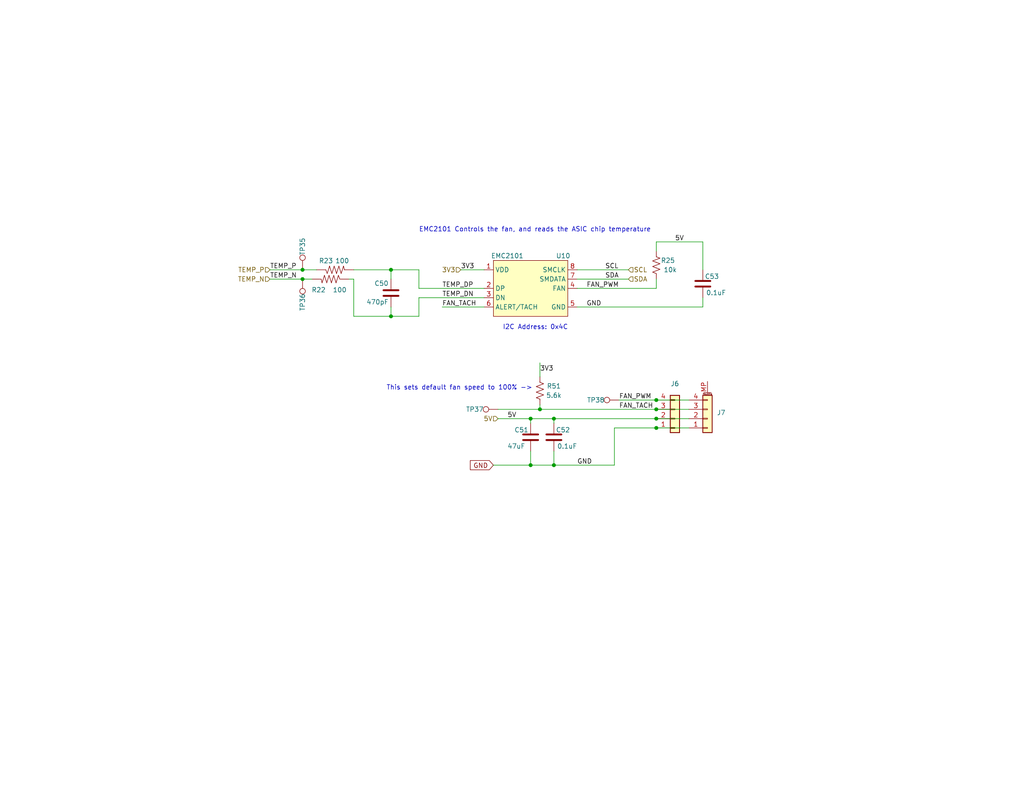
<source format=kicad_sch>
(kicad_sch (version 20231120) (generator "eeschema") (generator_version "8.0")
  (paper "A")
  (title_block (title "bitaxeGamma") (date "2024-09-26") (rev "601"))
  (lib_symbols
    (symbol "Connector:TestPoint" (pin_numbers hide) (pin_names (offset 0.762) hide)
      (property "Reference" "TP" (at 0 6.858 0))
      (property "Value" "TestPoint" (at 0 5.08 0))
      (symbol "TestPoint_0_1"
        (circle (center 0 3.302) (radius 0.762))
      )
      (symbol "TestPoint_1_1"
        (pin passive line (at 0 0 90) (length 2.54) (name "1") (number "1"))
      )
    )
    (symbol "Connector_Generic:Conn_01x04" (pin_names (offset 1.016) hide)
      (property "Reference" "J" (at 0 5.08 0))
      (property "Value" "Conn_01x04" (at 0 -7.62 0))
      (symbol "Conn_01x04_1_1"
        (rectangle (start -1.27 -4.953) (end 0 -5.207) (stroke (width 0.1524)))
        (rectangle (start -1.27 -2.413) (end 0 -2.667) (stroke (width 0.1524)))
        (rectangle (start -1.27 0.127) (end 0 -0.127) (stroke (width 0.1524)))
        (rectangle (start -1.27 2.667) (end 0 2.413) (stroke (width 0.1524)))
        (rectangle (start -1.27 3.81) (end 1.27 -6.35) (stroke (width 0.254)) (fill (type background)))
        (pin passive line (at -5.08 2.54 0) (length 3.81) (name "Pin_1") (number "1"))
        (pin passive line (at -5.08 0 0) (length 3.81) (name "Pin_2") (number "2"))
        (pin passive line (at -5.08 -2.54 0) (length 3.81) (name "Pin_3") (number "3"))
        (pin passive line (at -5.08 -5.08 0) (length 3.81) (name "Pin_4") (number "4"))
      )
    )
    (symbol "Connector_Generic_MountingPin:Conn_01x04_MountingPin" (pin_names (offset 1.016) hide)
      (property "Reference" "J" (at 0 5.08 0))
      (property "Value" "Conn_01x04_MountingPin" (at 1.27 -7.62 0))
      (symbol "Conn_01x04_MountingPin_1_1"
        (rectangle (start -1.27 -4.953) (end 0 -5.207) (stroke (width 0.1524)))
        (rectangle (start -1.27 -2.413) (end 0 -2.667) (stroke (width 0.1524)))
        (rectangle (start -1.27 0.127) (end 0 -0.127) (stroke (width 0.1524)))
        (rectangle (start -1.27 2.667) (end 0 2.413) (stroke (width 0.1524)))
        (rectangle (start -1.27 3.81) (end 1.27 -6.35) (stroke (width 0.254)) (fill (type background)))
        (polyline (pts (xy -1.016 -7.112) (xy 1.016 -7.112)) (stroke (width 0.1524)))
        (text "Mounting" (at 0 -6.731 0) (effects (font (size 0.381 0.381))))
        (pin passive line (at -5.08 2.54 0) (length 3.81) (name "Pin_1") (number "1"))
        (pin passive line (at -5.08 0 0) (length 3.81) (name "Pin_2") (number "2"))
        (pin passive line (at -5.08 -2.54 0) (length 3.81) (name "Pin_3") (number "3"))
        (pin passive line (at -5.08 -5.08 0) (length 3.81) (name "Pin_4") (number "4"))
        (pin passive line (at 0 -10.16 90) (length 3.048) (name "MountPin") (number "MP"))
      )
    )
    (symbol "DayMiner-eagle-import:RESISTOR0402-RES"
      (property "Reference" "R" (at -3.81 1.4986 0))
      (property "Value" "RESISTOR0402-RES" (at -3.81 -3.302 0))
      (symbol "RESISTOR0402-RES_1_0"
        (polyline (pts (xy -2.54 0) (xy -2.159 1.016)) (stroke (width 0.1524)))
        (polyline (pts (xy -2.159 1.016) (xy -1.524 -1.016)) (stroke (width 0.1524)))
        (polyline (pts (xy -1.524 -1.016) (xy -0.889 1.016)) (stroke (width 0.1524)))
        (polyline (pts (xy -0.889 1.016) (xy -0.254 -1.016)) (stroke (width 0.1524)))
        (polyline (pts (xy -0.254 -1.016) (xy 0.381 1.016)) (stroke (width 0.1524)))
        (polyline (pts (xy 0.381 1.016) (xy 1.016 -1.016)) (stroke (width 0.1524)))
        (polyline (pts (xy 1.016 -1.016) (xy 1.651 1.016)) (stroke (width 0.1524)))
        (polyline (pts (xy 1.651 1.016) (xy 2.286 -1.016)) (stroke (width 0.1524)))
        (polyline (pts (xy 2.286 -1.016) (xy 2.54 0)) (stroke (width 0.1524)))
        (pin passive line (at -5.08 0 0) (length 2.54) (name "1") (number "1"))
        (pin passive line (at 5.08 0 180) (length 2.54) (name "2") (number "2"))
      )
    )
    (symbol "Device:C" (pin_numbers hide) (pin_names (offset 0.254))
      (property "Reference" "C" (at 0.635 2.54 0))
      (property "Value" "C" (at 0.635 -2.54 0))
      (symbol "C_0_1"
        (polyline (pts (xy -2.032 -0.762) (xy 2.032 -0.762)) (stroke (width 0.508)))
        (polyline (pts (xy -2.032 0.762) (xy 2.032 0.762)) (stroke (width 0.508)))
      )
      (symbol "C_1_1"
        (pin passive line (at 0 3.81 270) (length 2.794) (name "~") (number "1"))
        (pin passive line (at 0 -3.81 90) (length 2.794) (name "~") (number "2"))
      )
    )
    (symbol "Device:R_US" (pin_numbers hide) (pin_names (offset 0))
      (property "Reference" "R" (at 2.54 0 90))
      (property "Value" "R_US" (at -2.54 0 90))
      (symbol "R_US_0_1"
        (polyline (pts (xy 0 -2.286) (xy 0 -2.54)))
        (polyline (pts (xy 0 2.286) (xy 0 2.54)))
        (polyline (pts (xy 0 -0.762) (xy 1.016 -1.143) (xy 0 -1.524) (xy -1.016 -1.905) (xy 0 -2.286)))
        (polyline (pts (xy 0 0.762) (xy 1.016 0.381) (xy 0 0) (xy -1.016 -0.381) (xy 0 -0.762)))
        (polyline (pts (xy 0 2.286) (xy 1.016 1.905) (xy 0 1.524) (xy -1.016 1.143) (xy 0 0.762)))
      )
      (symbol "R_US_1_1"
        (pin passive line (at 0 3.81 270) (length 1.27) (name "~") (number "1"))
        (pin passive line (at 0 -3.81 90) (length 1.27) (name "~") (number "2"))
      )
    )
    (symbol "bitaxe:EMC2101"
      (property "Reference" "U7" (at 8.89 8.89 0))
      (property "Value" "EMC2101" (at -6.35 8.89 0))
      (symbol "EMC2101_0_1"
        (rectangle (start -10.16 7.62) (end 10.16 -7.62) (stroke (width 0.1524)) (fill (type background)))
      )
      (symbol "EMC2101_1_1"
        (pin power_in line (at -12.7 5.08 0) (length 2.54) (name "VDD") (number "1"))
        (pin input line (at -12.7 0 0) (length 2.54) (name "DP") (number "2"))
        (pin input line (at -12.7 -2.54 0) (length 2.54) (name "DN") (number "3"))
        (pin output line (at 12.7 0 180) (length 2.54) (name "FAN") (number "4"))
        (pin power_in line (at 12.7 -5.08 180) (length 2.54) (name "GND") (number "5"))
        (pin input line (at -12.7 -5.08 0) (length 2.54) (name "ALERT/TACH") (number "6"))
        (pin input line (at 12.7 2.54 180) (length 2.54) (name "SMDATA") (number "7"))
        (pin input line (at 12.7 5.08 180) (length 2.54) (name "SMCLK") (number "8"))
      )
    )
  )
  (junction (at 82.55 73.66))
  (junction (at 179.07 114.3))
  (junction (at 82.55 76.2))
  (junction (at 151.13 114.3))
  (junction (at 179.07 111.76))
  (junction (at 106.68 86.36))
  (junction (at 147.32 111.76))
  (junction (at 179.07 109.22))
  (junction (at 144.78 114.3))
  (junction (at 179.07 116.84))
  (junction (at 106.68 73.66))
  (junction (at 144.78 127))
  (junction (at 151.13 127))
  (wire (pts (xy 157.48 73.66) (xy 171.45 73.66)))
  (wire (pts (xy 144.78 123.19) (xy 144.78 127)))
  (wire (pts (xy 132.08 78.74) (xy 114.3 78.74)))
  (wire (pts (xy 179.07 111.76) (xy 187.96 111.76)))
  (wire (pts (xy 151.13 127) (xy 167.64 127)))
  (wire (pts (xy 135.89 111.76) (xy 147.32 111.76)))
  (wire (pts (xy 144.78 127) (xy 151.13 127)))
  (wire (pts (xy 179.07 116.84) (xy 187.96 116.84)))
  (wire (pts (xy 179.07 66.04) (xy 191.77 66.04)))
  (wire (pts (xy 167.64 116.84) (xy 167.64 127)))
  (wire (pts (xy 168.91 109.22) (xy 179.07 109.22)))
  (wire (pts (xy 120.65 83.82) (xy 132.08 83.82)))
  (wire (pts (xy 147.32 111.76) (xy 179.07 111.76)))
  (wire (pts (xy 157.48 76.2) (xy 171.45 76.2)))
  (wire (pts (xy 144.78 114.3) (xy 151.13 114.3)))
  (wire (pts (xy 114.3 81.28) (xy 114.3 86.36)))
  (wire (pts (xy 125.73 73.66) (xy 132.08 73.66)))
  (wire (pts (xy 191.77 81.28) (xy 191.77 83.82)))
  (wire (pts (xy 82.55 73.66) (xy 86.36 73.66)))
  (wire (pts (xy 191.77 66.04) (xy 191.77 73.66)))
  (wire (pts (xy 96.52 86.36) (xy 106.68 86.36)))
  (wire (pts (xy 179.07 66.04) (xy 179.07 68.58)))
  (wire (pts (xy 96.52 76.2) (xy 96.52 86.36)))
  (wire (pts (xy 151.13 114.3) (xy 179.07 114.3)))
  (wire (pts (xy 114.3 73.66) (xy 106.68 73.66)))
  (wire (pts (xy 151.13 114.3) (xy 151.13 115.57)))
  (wire (pts (xy 114.3 86.36) (xy 106.68 86.36)))
  (wire (pts (xy 179.07 78.74) (xy 179.07 76.2)))
  (wire (pts (xy 167.64 116.84) (xy 179.07 116.84)))
  (wire (pts (xy 96.52 76.2) (xy 95.25 76.2)))
  (wire (pts (xy 179.07 114.3) (xy 187.96 114.3)))
  (wire (pts (xy 157.48 83.82) (xy 191.77 83.82)))
  (wire (pts (xy 82.55 76.2) (xy 85.09 76.2)))
  (wire (pts (xy 147.32 110.49) (xy 147.32 111.76)))
  (wire (pts (xy 132.08 81.28) (xy 114.3 81.28)))
  (wire (pts (xy 106.68 73.66) (xy 106.68 76.2)))
  (wire (pts (xy 157.48 78.74) (xy 179.07 78.74)))
  (wire (pts (xy 135.89 114.3) (xy 144.78 114.3)))
  (wire (pts (xy 134.62 127) (xy 144.78 127)))
  (wire (pts (xy 179.07 109.22) (xy 187.96 109.22)))
  (wire (pts (xy 144.78 114.3) (xy 144.78 115.57)))
  (wire (pts (xy 114.3 78.74) (xy 114.3 73.66)))
  (wire (pts (xy 106.68 83.82) (xy 106.68 86.36)))
  (wire (pts (xy 73.66 76.2) (xy 82.55 76.2)))
  (wire (pts (xy 147.32 99.06) (xy 147.32 102.87)))
  (wire (pts (xy 106.68 73.66) (xy 96.52 73.66)))
  (wire (pts (xy 151.13 123.19) (xy 151.13 127)))
  (wire (pts (xy 73.66 73.66) (xy 82.55 73.66)))
  (text "EMC2101 Controls the fan, and reads the ASIC chip temperature" (at 114.3 63.5 0) (effects (font (size 1.27 1.27)) (justify left bottom)))
  (text "This sets default fan speed to 100% ->" (at 105.41 106.68 0) (effects (font (size 1.27 1.27)) (justify left bottom)))
  (text "I2C Address: 0x4C" (at 137.16 90.17 0) (effects (font (size 1.27 1.27)) (justify left bottom)))
  (label "5V" (at 184.15 66.04 0))
  (label "FAN_PWM" (at 160.02 78.74 0))
  (label "TEMP_DN" (at 120.65 81.28 0))
  (label "GND" (at 160.02 83.82 0))
  (label "TEMP_P" (at 73.66 73.66 0))
  (label "SCL" (at 165.1 73.66 0))
  (label "3V3" (at 147.32 101.6 0))
  (label "FAN_TACH" (at 120.65 83.82 0))
  (label "GND" (at 157.48 127 0))
  (label "FAN_PWM" (at 168.91 109.22 0))
  (label "3V3" (at 125.73 73.66 0))
  (label "5V" (at 138.43 114.3 0))
  (label "SDA" (at 165.1 76.2 0))
  (label "TEMP_DP" (at 120.65 78.74 0))
  (label "TEMP_N" (at 73.66 76.2 0))
  (label "FAN_TACH" (at 168.91 111.76 0))
  (global_label "GND" (shape input) (at 134.62 127 180) (property "Intersheetrefs" "${INTERSHEET_REFS}" (effects (hide yes))))
  (hierarchical_label "5V" (shape input) (at 135.89 114.3 180))
  (hierarchical_label "TEMP_P" (shape input) (at 73.66 73.66 180))
  (hierarchical_label "TEMP_N" (shape input) (at 73.66 76.2 180))
  (hierarchical_label "SCL" (shape input) (at 171.45 73.66 0))
  (hierarchical_label "3V3" (shape input) (at 125.73 73.66 180))
  (hierarchical_label "SDA" (shape input) (at 171.45 76.2 0))
  (symbol (lib_id "Connector:TestPoint") (at 168.91 109.22 90) (mirror x) (unit 1) (in_bom no)
    (property "Reference" "TP38" (at 162.56 109.22 90))
    (property "Value" "TestPoint" (effects (hide yes)))
    (property "Footprint" "TestPoint:TestPoint_Pad_D1.5mm" (effects (hide yes)))
  )
  (symbol (lib_id "Device:R_US") (at 147.32 106.68 180) (unit 1)
    (property "Reference" "R51" (at 151.13 105.41 0))
    (property "Value" "5.6k" (at 151.13 107.95 0))
    (property "Footprint" "Resistor_SMD:R_0402_1005Metric" (effects (hide yes)))
    (property "DK" "13-RC0402FR-135K6LCT-ND" (effects (hide yes)))
    (property "PARTNO" "RC0402FR-135K6L" (effects (hide yes)))
  )
  (symbol (lib_id "Device:C") (at 191.77 77.47 0) (mirror y) (unit 1)
    (property "Reference" "C53" (at 196.215 76.2 0) (effects (justify left bottom)))
    (property "Value" "0.1uF" (at 198.12 80.645 0) (effects (justify left bottom)))
    (property "Footprint" "Capacitor_SMD:C_0402_1005Metric" (effects (hide yes)))
    (property "DK" "1276-1234-1-ND" (effects (hide yes)))
    (property "PARTNO" "CL05A104KO5NNNC" (effects (hide yes)))
  )
  (symbol (lib_id "Device:C") (at 151.13 119.38 0) (mirror y) (unit 1)
    (property "Reference" "C52" (at 155.575 118.11 0) (effects (justify left bottom)))
    (property "Value" "0.1uF" (at 157.48 122.555 0) (effects (justify left bottom)))
    (property "Footprint" "Capacitor_SMD:C_0402_1005Metric" (effects (hide yes)))
    (property "DK" "1276-1234-1-ND" (effects (hide yes)))
    (property "PARTNO" "CL05A104KO5NNNC" (effects (hide yes)))
  )
  (symbol (lib_id "DayMiner-eagle-import:RESISTOR0402-RES") (at 90.17 76.2 0) (mirror y) (unit 1)
    (property "Reference" "R22" (at 88.9 79.88 0) (effects (justify left bottom)))
    (property "Value" "100" (at 94.615 79.88 0) (effects (justify left bottom)))
    (property "Footprint" "Resistor_SMD:R_0402_1005Metric" (effects (hide yes)))
    (property "DK" "311-100LRCT-ND" (effects (hide yes)))
    (property "PARTNO" "RC0402FR-07100RL" (effects (hide yes)))
  )
  (symbol (lib_id "Device:C") (at 106.68 80.01 0) (mirror y) (unit 1)
    (property "Reference" "C50" (at 106.045 78.105 0) (effects (justify left bottom)))
    (property "Value" "470pF" (at 106.045 83.185 0) (effects (justify left bottom)))
    (property "Footprint" "Capacitor_SMD:C_0402_1005Metric" (effects (hide yes)))
    (property "DK" "1276-1566-1-ND" (effects (hide yes)))
    (property "PARTNO" "CL05B471KB5NNNC" (effects (hide yes)))
  )
  (symbol (lib_id "Device:C") (at 144.78 119.38 0) (unit 1)
    (property "Reference" "C51" (at 140.335 118.11 0) (effects (justify left bottom)))
    (property "Value" "47uF" (at 138.43 122.555 0) (effects (justify left bottom)))
    (property "Footprint" "Capacitor_SMD:C_1210_3225Metric" (effects (hide yes)))
    (property "DK" "1276-3376-1-ND" (effects (hide yes)))
    (property "PARTNO" "CL32A476KOJNNNE" (effects (hide yes)))
  )
  (symbol (lib_id "Connector_Generic_MountingPin:Conn_01x04_MountingPin") (at 193.04 114.3 0) (mirror x) (unit 1)
    (property "Reference" "J7" (at 195.58 112.6743 0) (effects (justify left)))
    (property "Value" "Conn_01x04" (effects (hide yes)))
    (property "Footprint" "Connector_JST:JST_SH_BM04B-SRSS-TB_1x04-1MP_P1.00mm_Vertical" (effects (hide yes)))
    (property "Description" "Generic connectable mounting pin connector, single row, 01x04, script generated (kicad-library-utils/schlib/autogen/connector/)" (effects (hide yes)))
  )
  (symbol (lib_id "Connector:TestPoint") (at 82.55 73.66 0) (unit 1) (in_bom no)
    (property "Reference" "TP35" (at 82.55 67.31 90))
    (property "Value" "TestPoint" (effects (hide yes)))
    (property "Footprint" "TestPoint:TestPoint_Pad_D1.5mm" (effects (hide yes)))
  )
  (symbol (lib_id "Connector_Generic:Conn_01x04") (at 184.15 114.3 0) (mirror x) (unit 1)
    (property "Reference" "J6" (at 184.15 104.775 0))
    (property "Value" "Conn_01x04" (effects (hide yes)))
    (property "Footprint" "bitaxe:470531000" (effects (hide yes)))
    (property "PARTNO" "0470531000" (effects (hide yes)))
    (property "DK" "WM4330-ND" (effects (hide yes)))
  )
  (symbol (lib_id "Connector:TestPoint") (at 82.55 76.2 180) (unit 1) (in_bom no)
    (property "Reference" "TP36" (at 82.55 82.55 90))
    (property "Value" "TestPoint" (effects (hide yes)))
    (property "Footprint" "TestPoint:TestPoint_Pad_D1.5mm" (effects (hide yes)))
  )
  (symbol (lib_id "DayMiner-eagle-import:RESISTOR0402-RES") (at 91.44 73.66 0) (mirror x) (unit 1)
    (property "Reference" "R23" (at 86.995 70.485 0) (effects (justify left bottom)))
    (property "Value" "100" (at 91.44 70.485 0) (effects (justify left bottom)))
    (property "Footprint" "Resistor_SMD:R_0402_1005Metric" (effects (hide yes)))
    (property "DK" "311-100LRCT-ND" (effects (hide yes)))
    (property "PARTNO" "RC0402FR-07100RL" (effects (hide yes)))
  )
  (symbol (lib_id "Connector:TestPoint") (at 135.89 111.76 90) (mirror x) (unit 1) (in_bom no)
    (property "Reference" "TP37" (at 129.54 111.76 90))
    (property "Value" "TestPoint" (effects (hide yes)))
    (property "Footprint" "TestPoint:TestPoint_Pad_D1.5mm" (effects (hide yes)))
  )
  (symbol (lib_id "Device:R_US") (at 179.07 72.39 180) (unit 1)
    (property "Reference" "R25" (at 182.245 71.12 0))
    (property "Value" "10k" (at 182.88 73.66 0))
    (property "Footprint" "Resistor_SMD:R_0402_1005Metric" (effects (hide yes)))
    (property "DK" "311-10KJRCT-ND" (effects (hide yes)))
    (property "PARTNO" "RC0402JR-0710KL" (effects (hide yes)))
  )
  (symbol (lib_id "bitaxe:EMC2101") (at 144.78 78.74 0) (unit 1)
    (property "Reference" "U10" (at 153.67 69.85 0))
    (property "Value" "EMC2101" (at 138.43 69.85 0))
    (property "Footprint" "Package_SO:TSSOP-8_3x3mm_P0.65mm" (effects (hide yes)))
    (property "Datasheet" "https://ww1.microchip.com/downloads/en/DeviceDoc/2101.pdf" (effects (hide yes)))
    (property "DK" "EMC2101-R-ACZL-CT-ND" (effects (hide yes)))
    (property "PARTNO" "EMC2101-R-ACZL-TR" (effects (hide yes)))
  )
)
</source>
